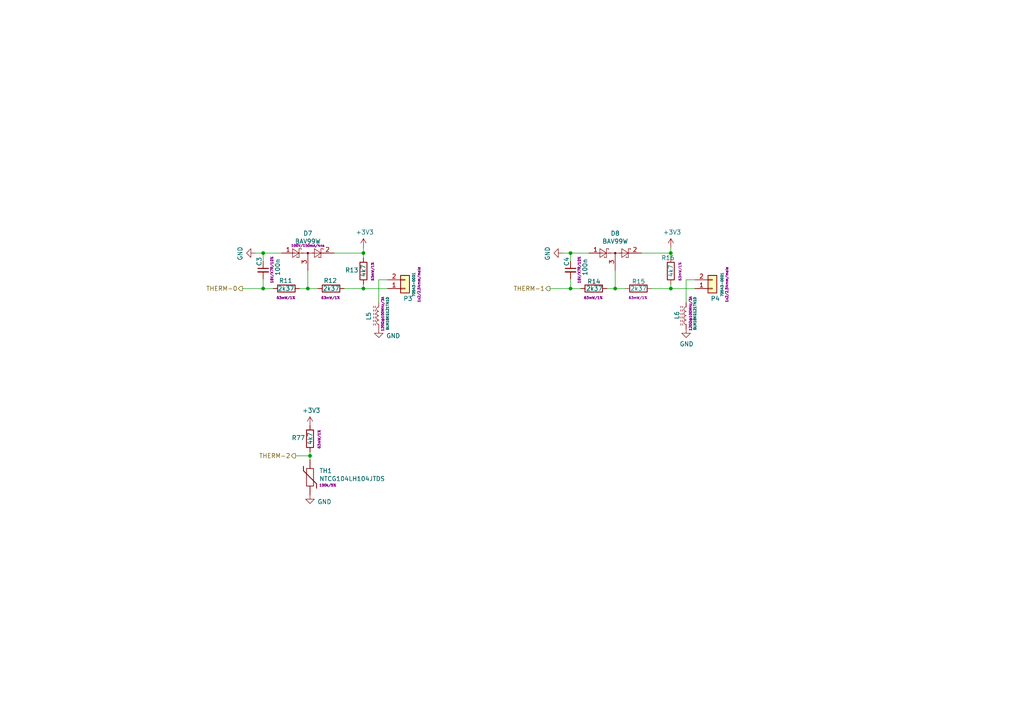
<source format=kicad_sch>
(kicad_sch (version 20211123) (generator eeschema)
  (paper "A4")
  (title_block (title "Buddy") (date "2019-10-24") (rev "v1.0.0") (company "PRUSA Research s.r.o.") (comment 1 "http://creativecommons.org/licenses/by-sa/4.0/") (comment 2 "Licensed under the Attribution-ShareAlike 4.0 International (CC BY-SA 4.0)"))
  (lib_symbols
    (symbol "BUDDY_v1.0.0-rescue:L_Core_Ferrite-Device" (pin_numbers hide) (pin_names (offset 1.016) hide)
      (property "Reference" "L" (at -1.27 0 90))
      (property "Value" "L_Core_Ferrite-Device" (at 2.794 0 90))
      (symbol "L_Core_Ferrite-Device_0_1"
        (arc (start 0 -2.54) (mid 0.635 -1.905) (end 0 -1.27))
        (arc (start 0 -1.27) (mid 0.635 -0.635) (end 0 0))
        (polyline (pts (xy 1.016 -2.794) (xy 1.016 -2.286)))
        (polyline (pts (xy 1.016 -1.778) (xy 1.016 -1.27)))
        (polyline (pts (xy 1.016 -0.762) (xy 1.016 -0.254)))
        (polyline (pts (xy 1.016 0.254) (xy 1.016 0.762)))
        (polyline (pts (xy 1.016 1.27) (xy 1.016 1.778)))
        (polyline (pts (xy 1.016 2.286) (xy 1.016 2.794)))
        (polyline (pts (xy 1.524 -2.286) (xy 1.524 -2.794)))
        (polyline (pts (xy 1.524 -1.27) (xy 1.524 -1.778)))
        (polyline (pts (xy 1.524 -0.254) (xy 1.524 -0.762)))
        (polyline (pts (xy 1.524 0.762) (xy 1.524 0.254)))
        (polyline (pts (xy 1.524 1.778) (xy 1.524 1.27)))
        (polyline (pts (xy 1.524 2.794) (xy 1.524 2.286)))
        (arc (start 0 0) (mid 0.635 0.635) (end 0 1.27))
        (arc (start 0 1.27) (mid 0.635 1.905) (end 0 2.54))
      )
      (symbol "L_Core_Ferrite-Device_1_1"
        (pin passive line (at 0 3.81 270) (length 1.27) (name "1") (number "1"))
        (pin passive line (at 0 -3.81 90) (length 1.27) (name "2") (number "2"))
      )
    )
    (symbol "Connector_Generic:Conn_01x02" (pin_names (offset 1.016) hide)
      (property "Reference" "J" (at 0 2.54 0))
      (property "Value" "Conn_01x02" (at 0 -5.08 0))
      (symbol "Conn_01x02_1_1"
        (rectangle (start -1.27 -2.413) (end 0 -2.667) (stroke (width 0.1524)))
        (rectangle (start -1.27 0.127) (end 0 -0.127) (stroke (width 0.1524)))
        (rectangle (start -1.27 1.27) (end 1.27 -3.81) (stroke (width 0.254)) (fill (type background)))
        (pin passive line (at -5.08 0 0) (length 3.81) (name "Pin_1") (number "1"))
        (pin passive line (at -5.08 -2.54 0) (length 3.81) (name "Pin_2") (number "2"))
      )
    )
    (symbol "Device:C_Small" (pin_numbers hide) (pin_names (offset 0.254) hide)
      (property "Reference" "C" (at 0.254 1.778 0))
      (property "Value" "C_Small" (at 0.254 -2.032 0))
      (symbol "C_Small_0_1"
        (polyline (pts (xy -1.524 -0.508) (xy 1.524 -0.508)) (stroke (width 0.3302)))
        (polyline (pts (xy -1.524 0.508) (xy 1.524 0.508)) (stroke (width 0.3048)))
      )
      (symbol "C_Small_1_1"
        (pin passive line (at 0 2.54 270) (length 2.032) (name "~") (number "1"))
        (pin passive line (at 0 -2.54 90) (length 2.032) (name "~") (number "2"))
      )
    )
    (symbol "Device:R" (pin_numbers hide) (pin_names (offset 0))
      (property "Reference" "R" (at 2.032 0 90))
      (property "Value" "R" (at 0 0 90))
      (symbol "R_0_1"
        (rectangle (start -1.016 -2.54) (end 1.016 2.54) (stroke (width 0.254)))
      )
      (symbol "R_1_1"
        (pin passive line (at 0 3.81 270) (length 1.27) (name "~") (number "1"))
        (pin passive line (at 0 -3.81 90) (length 1.27) (name "~") (number "2"))
      )
    )
    (symbol "Device:Thermistor" (pin_numbers hide) (pin_names (offset 0))
      (property "Reference" "TH" (at 2.54 1.27 90))
      (property "Value" "Thermistor" (at -2.54 0 90))
      (symbol "Thermistor_0_1"
        (rectangle (start -1.016 2.54) (end 1.016 -2.54) (stroke (width 0.2032)))
        (polyline (pts (xy -1.905 3.175) (xy -1.905 1.905) (xy 1.905 -1.905) (xy 1.905 -3.175) (xy 1.905 -3.175)) (stroke (width 0.254)))
      )
      (symbol "Thermistor_1_1"
        (pin passive line (at 0 5.08 270) (length 2.54) (name "~") (number "1"))
        (pin passive line (at 0 -5.08 90) (length 2.54) (name "~") (number "2"))
      )
    )
    (symbol "Diode:BAS40-04" (pin_names (offset 1.016))
      (property "Reference" "D" (at 0.635 -1.27 0))
      (property "Value" "BAS40-04" (at -6.35 5.715 0))
      (symbol "BAS40-04_0_1"
        (polyline (pts (xy -3.81 2.54) (xy -1.27 2.54)))
        (polyline (pts (xy -3.175 1.27) (xy -3.175 1.524)))
        (polyline (pts (xy -2.54 1.27) (xy -3.175 1.27)))
        (polyline (pts (xy -2.54 1.27) (xy -2.54 3.81)))
        (polyline (pts (xy -2.54 3.81) (xy -1.905 3.81)))
        (polyline (pts (xy -1.905 2.54) (xy 1.905 2.54)))
        (polyline (pts (xy -1.905 3.81) (xy -1.905 3.556)))
        (polyline (pts (xy 1.27 2.54) (xy 3.81 2.54)))
        (polyline (pts (xy 3.175 1.27) (xy 3.175 1.524)))
        (polyline (pts (xy 3.81 1.27) (xy 3.175 1.27)))
        (polyline (pts (xy 3.81 1.27) (xy 3.81 3.81)))
        (polyline (pts (xy 3.81 3.81) (xy 4.445 3.81)))
        (polyline (pts (xy 4.445 3.81) (xy 4.445 3.556)))
        (polyline (pts (xy -4.445 3.81) (xy -4.445 1.27) (xy -2.54 2.54) (xy -4.445 3.81)))
        (polyline (pts (xy 1.905 3.81) (xy 1.905 1.27) (xy 3.81 2.54) (xy 1.905 3.81)))
        (circle (center 0 2.54) (radius 0.254) (fill (type outline)))
      )
      (symbol "BAS40-04_1_1"
        (pin passive line (at -7.62 2.54 0) (length 3.81) (name "~") (number "1"))
        (pin passive line (at 7.62 2.54 180) (length 3.81) (name "~") (number "2"))
        (pin passive line (at 0 -2.54 90) (length 5.08) (name "~") (number "3"))
      )
    )
    (symbol "power:+3.3V" (power) (pin_names (offset 0))
      (property "Value" "+3.3V" (at 0 3.556 0))
      (symbol "+3.3V_0_1"
        (polyline (pts (xy -0.762 1.27) (xy 0 2.54)))
        (polyline (pts (xy 0 0) (xy 0 2.54)))
        (polyline (pts (xy 0 2.54) (xy 0.762 1.27)))
      )
      (symbol "+3.3V_1_1"
        (pin power_in line (at 0 0 90) (length 0) hide (name "+3V3") (number "1"))
      )
    )
    (symbol "power:GND" (power) (pin_names (offset 0))
      (property "Value" "GND" (at 0 -3.81 0))
      (symbol "GND_0_1"
        (polyline (pts (xy 0 0) (xy 0 -1.27) (xy 1.27 -1.27) (xy 0 -2.54) (xy -1.27 -1.27) (xy 0 -1.27)))
      )
      (symbol "GND_1_1"
        (pin power_in line (at 0 0 270) (length 0) hide (name "GND") (number "1"))
      )
    )
  )
  (junction (at 194.564 83.693))
  (junction (at 165.481 83.693))
  (junction (at 165.481 73.406))
  (junction (at 194.564 73.406))
  (junction (at 76.327 73.406))
  (junction (at 178.435 83.693))
  (junction (at 89.281 83.693))
  (junction (at 105.41 83.693))
  (junction (at 76.327 83.693))
  (junction (at 105.41 73.406))
  (junction (at 89.916 132.207))
  (wire (pts (xy 105.41 74.803) (xy 105.41 73.406)))
  (wire (pts (xy 194.564 74.803) (xy 194.564 73.406)))
  (wire (pts (xy 99.822 83.693) (xy 105.41 83.693)))
  (wire (pts (xy 76.327 75.819) (xy 76.327 73.406)))
  (wire (pts (xy 188.976 83.693) (xy 194.564 83.693)))
  (wire (pts (xy 109.855 81.153) (xy 109.855 87.757)))
  (wire (pts (xy 178.435 78.486) (xy 178.435 83.693)))
  (wire (pts (xy 76.327 73.406) (xy 81.661 73.406)))
  (wire (pts (xy 89.916 132.207) (xy 85.725 132.207)))
  (wire (pts (xy 105.41 73.406) (xy 96.901 73.406)))
  (wire (pts (xy 165.481 75.819) (xy 165.481 73.406)))
  (wire (pts (xy 194.564 83.693) (xy 201.549 83.693)))
  (wire (pts (xy 89.281 78.486) (xy 89.281 83.693)))
  (wire (pts (xy 165.481 83.693) (xy 159.512 83.693)))
  (wire (pts (xy 165.481 73.406) (xy 163.195 73.406)))
  (wire (pts (xy 76.327 80.899) (xy 76.327 83.693)))
  (wire (pts (xy 165.481 83.693) (xy 168.402 83.693)))
  (wire (pts (xy 178.435 83.693) (xy 176.022 83.693)))
  (wire (pts (xy 76.327 83.693) (xy 70.358 83.693)))
  (wire (pts (xy 109.855 81.153) (xy 112.395 81.153)))
  (wire (pts (xy 76.327 73.406) (xy 74.041 73.406)))
  (wire (pts (xy 76.327 83.693) (xy 79.248 83.693)))
  (wire (pts (xy 194.564 73.406) (xy 194.564 71.755)))
  (wire (pts (xy 199.009 81.153) (xy 199.009 87.757)))
  (wire (pts (xy 105.41 82.423) (xy 105.41 83.693)))
  (wire (pts (xy 194.564 82.423) (xy 194.564 83.693)))
  (wire (pts (xy 199.009 81.153) (xy 201.549 81.153)))
  (wire (pts (xy 89.281 83.693) (xy 86.868 83.693)))
  (wire (pts (xy 92.202 83.693) (xy 89.281 83.693)))
  (wire (pts (xy 105.41 83.693) (xy 112.395 83.693)))
  (wire (pts (xy 105.41 73.406) (xy 105.41 71.755)))
  (wire (pts (xy 194.564 73.406) (xy 186.055 73.406)))
  (wire (pts (xy 89.916 132.207) (xy 89.916 131.064)))
  (wire (pts (xy 89.916 133.35) (xy 89.916 132.207)))
  (wire (pts (xy 165.481 80.899) (xy 165.481 83.693)))
  (wire (pts (xy 165.481 73.406) (xy 170.815 73.406)))
  (wire (pts (xy 181.356 83.693) (xy 178.435 83.693)))
  (hierarchical_label "THERM-0" (shape output) (at 70.358 83.693 180))
  (hierarchical_label "THERM-2" (shape output) (at 85.725 132.207 180))
  (hierarchical_label "THERM-1" (shape output) (at 159.512 83.693 180))
  (symbol (lib_id "Diode:BAS40-04") (at 89.281 75.946 0) (unit 1)
    (property "Reference" "D7" (at 89.281 67.691 0))
    (property "Value" "BAV99W" (at 89.281 70.0024 0))
    (property "Footprint" "Package_TO_SOT_SMD:SOT-323_SC-70" (effects hide))
    (property "req" "100V/150mA/4ns" (at 89.281 71.247 0) (effects (font (size 0.7112 0.7112))))
  )
  (symbol (lib_id "Connector_Generic:Conn_01x02") (at 117.475 83.693 0) (mirror x) (unit 1)
    (property "Reference" "P3" (at 116.967 86.614 0) (effects (justify left)))
    (property "Value" "70543-0001" (at 120.015 78.994 90) (effects (font (size 0.7112 0.7112)) (justify left)))
    (property "Footprint" "A3IDES_footprints:Pin_1x02-XL" (effects hide))
    (property "req" "1x2/2,54mm/male" (at 121.539 77.343 90) (effects (font (size 0.7112 0.7112)) (justify left)))
  )
  (symbol (lib_id "Device:R") (at 105.41 78.613 0) (unit 1)
    (property "Reference" "R13" (at 100.076 78.359 0) (effects (justify left)))
    (property "Value" "4k7" (at 105.41 80.391 90) (effects (justify left)))
    (property "Footprint" "A3IDES_footprints:R_0402_1005Metric" (effects hide))
    (property "req" "63mW/1%" (at 108.077 78.74 90) (effects (font (size 0.7112 0.7112))))
  )
  (symbol (lib_id "Device:R") (at 83.058 83.693 270) (unit 1)
    (property "Reference" "R11" (at 80.899 81.407 90) (effects (justify left)))
    (property "Value" "2k37" (at 80.518 83.693 90) (effects (justify left)))
    (property "Footprint" "A3IDES_footprints:R_0402_1005Metric" (effects hide))
    (property "req" "63mW/1%" (at 82.931 86.36 90) (effects (font (size 0.7112 0.7112))))
  )
  (symbol (lib_id "Device:R") (at 96.012 83.693 270) (unit 1)
    (property "Reference" "R12" (at 93.853 81.407 90) (effects (justify left)))
    (property "Value" "2k37" (at 93.599 83.693 90) (effects (justify left)))
    (property "Footprint" "A3IDES_footprints:R_0402_1005Metric" (effects hide))
    (property "req" "63mW/1%" (at 95.885 86.36 90) (effects (font (size 0.7112 0.7112))))
  )
  (symbol (lib_id "power:GND") (at 74.041 73.406 270) (unit 1)
    (property "Reference" "#PWR011" (effects hide))
    (property "Value" "GND" (at 69.6468 73.533 0))
  )
  (symbol (lib_id "BUDDY_v1.0.0-rescue:L_Core_Ferrite-Device") (at 109.855 91.567 180) (unit 1)
    (property "Reference" "L5" (at 106.934 91.694 90))
    (property "Value" "BLM18KG121TN1D" (at 112.395 90.932 90) (effects (font (size 0.7112 0.7112))))
    (property "Footprint" "A3IDES_footprints:R_0603_1608Metric" (effects hide))
    (property "req" "120Ω@100MHz/3A" (at 110.998 91.059 90) (effects (font (size 0.7112 0.7112))))
  )
  (symbol (lib_id "power:GND") (at 109.855 95.377 0) (unit 1)
    (property "Reference" "#PWR013" (effects hide))
    (property "Value" "GND" (at 114.046 97.409 0))
  )
  (symbol (lib_id "power:+3.3V") (at 105.41 71.755 0) (unit 1)
    (property "Reference" "#PWR012" (effects hide))
    (property "Value" "+3.3V" (at 105.791 67.3608 0))
  )
  (symbol (lib_id "Diode:BAS40-04") (at 178.435 75.946 0) (unit 1)
    (property "Reference" "D8" (at 178.435 67.691 0))
    (property "Value" "BAV99W" (at 178.435 70.0024 0))
    (property "Footprint" "Package_TO_SOT_SMD:SOT-323_SC-70" (effects hide))
    (property "req" "100V/150mA/4ns" (effects hide))
  )
  (symbol (lib_id "Device:R") (at 194.564 78.613 0) (unit 1)
    (property "Reference" "R16" (at 191.77 74.803 0) (effects (justify left)))
    (property "Value" "4k7" (at 194.564 80.391 90) (effects (justify left)))
    (property "Footprint" "A3IDES_footprints:R_0402_1005Metric" (effects hide))
    (property "req" "63mW/1%" (at 197.231 78.74 90) (effects (font (size 0.7112 0.7112))))
  )
  (symbol (lib_id "Device:R") (at 172.212 83.693 270) (unit 1)
    (property "Reference" "R14" (at 170.307 81.661 90) (effects (justify left)))
    (property "Value" "2k37" (at 169.926 83.693 90) (effects (justify left)))
    (property "Footprint" "A3IDES_footprints:R_0402_1005Metric" (effects hide))
    (property "req" "63mW/1%" (at 172.085 86.36 90) (effects (font (size 0.7112 0.7112))))
  )
  (symbol (lib_id "Device:R") (at 185.166 83.693 270) (unit 1)
    (property "Reference" "R15" (at 183.261 81.661 90) (effects (justify left)))
    (property "Value" "2k37" (at 182.753 83.693 90) (effects (justify left)))
    (property "Footprint" "A3IDES_footprints:R_0402_1005Metric" (effects hide))
    (property "req" "63mW/1%" (at 185.039 86.36 90) (effects (font (size 0.7112 0.7112))))
  )
  (symbol (lib_id "power:GND") (at 163.195 73.406 270) (unit 1)
    (property "Reference" "#PWR014" (effects hide))
    (property "Value" "GND" (at 158.8008 73.533 0))
  )
  (symbol (lib_id "BUDDY_v1.0.0-rescue:L_Core_Ferrite-Device") (at 199.009 91.567 180) (unit 1)
    (property "Reference" "L6" (at 196.342 91.44 90))
    (property "Value" "BLM18KG121TN1D" (at 201.549 90.932 90) (effects (font (size 0.7112 0.7112))))
    (property "Footprint" "A3IDES_footprints:R_0603_1608Metric" (effects hide))
    (property "req" "120Ω@100MHz/3A" (at 200.279 90.932 90) (effects (font (size 0.7112 0.7112))))
  )
  (symbol (lib_id "power:GND") (at 199.009 95.377 0) (unit 1)
    (property "Reference" "#PWR016" (effects hide))
    (property "Value" "GND" (at 199.136 99.7712 0))
  )
  (symbol (lib_id "power:+3.3V") (at 194.564 71.755 0) (unit 1)
    (property "Reference" "#PWR015" (effects hide))
    (property "Value" "+3.3V" (at 194.945 67.3608 0))
  )
  (symbol (lib_id "Connector_Generic:Conn_01x02") (at 206.629 83.693 0) (mirror x) (unit 1)
    (property "Reference" "P4" (at 206.121 86.614 0) (effects (justify left)))
    (property "Value" "70543-0001" (at 209.423 78.994 90) (effects (font (size 0.7112 0.7112)) (justify left)))
    (property "Footprint" "A3IDES_footprints:Pin_1x02-XL" (effects hide))
    (property "req" "1x2/2,54mm/male" (at 210.82 77.343 90) (effects (font (size 0.7112 0.7112)) (justify left)))
  )
  (symbol (lib_id "Device:Thermistor") (at 89.916 138.43 0) (unit 1)
    (property "Reference" "TH1" (at 92.583 136.5504 0) (effects (justify left)))
    (property "Value" "NTCG104LH104JTDS" (at 92.583 138.8618 0) (effects (justify left)))
    (property "Footprint" "Resistor_SMD:R_0402_1005Metric" (effects hide))
    (property "req" "100k/5%" (at 92.583 140.7414 0) (effects (font (size 0.7112 0.7112)) (justify left)))
  )
  (symbol (lib_id "Device:R") (at 89.916 127.254 0) (unit 1)
    (property "Reference" "R77" (at 84.582 127 0) (effects (justify left)))
    (property "Value" "4k7" (at 89.916 129.032 90) (effects (justify left)))
    (property "Footprint" "A3IDES_footprints:R_0402_1005Metric" (effects hide))
    (property "req" "63mW/1%" (at 92.583 127.381 90) (effects (font (size 0.7112 0.7112))))
  )
  (symbol (lib_id "power:GND") (at 89.916 143.51 0) (unit 1)
    (property "Reference" "#PWR034" (effects hide))
    (property "Value" "GND" (at 94.107 145.542 0))
  )
  (symbol (lib_id "power:+3.3V") (at 89.916 123.444 0) (unit 1)
    (property "Reference" "#PWR032" (effects hide))
    (property "Value" "+3.3V" (at 90.297 119.0498 0))
  )
  (symbol (lib_id "Device:C_Small") (at 76.327 78.359 0) (unit 1)
    (property "Reference" "C3" (at 75.184 77.216 90) (effects (justify left)))
    (property "Value" "100n" (at 80.518 80.01 90) (effects (justify left)))
    (property "Footprint" "A3IDES_footprints:C_0402_1005Metric" (effects hide))
    (property "req" "16V/X7R/10%" (at 78.867 82.169 90) (effects (font (size 0.7112 0.7112)) (justify left)))
  )
  (symbol (lib_id "Device:C_Small") (at 165.481 78.359 0) (unit 1)
    (property "Reference" "C4" (at 164.338 77.216 90) (effects (justify left)))
    (property "Value" "100n" (at 169.672 80.01 90) (effects (justify left)))
    (property "Footprint" "A3IDES_footprints:C_0402_1005Metric" (effects hide))
    (property "req" "16V/X7R/10%" (at 168.021 82.169 90) (effects (font (size 0.7112 0.7112)) (justify left)))
  )
)
</source>
